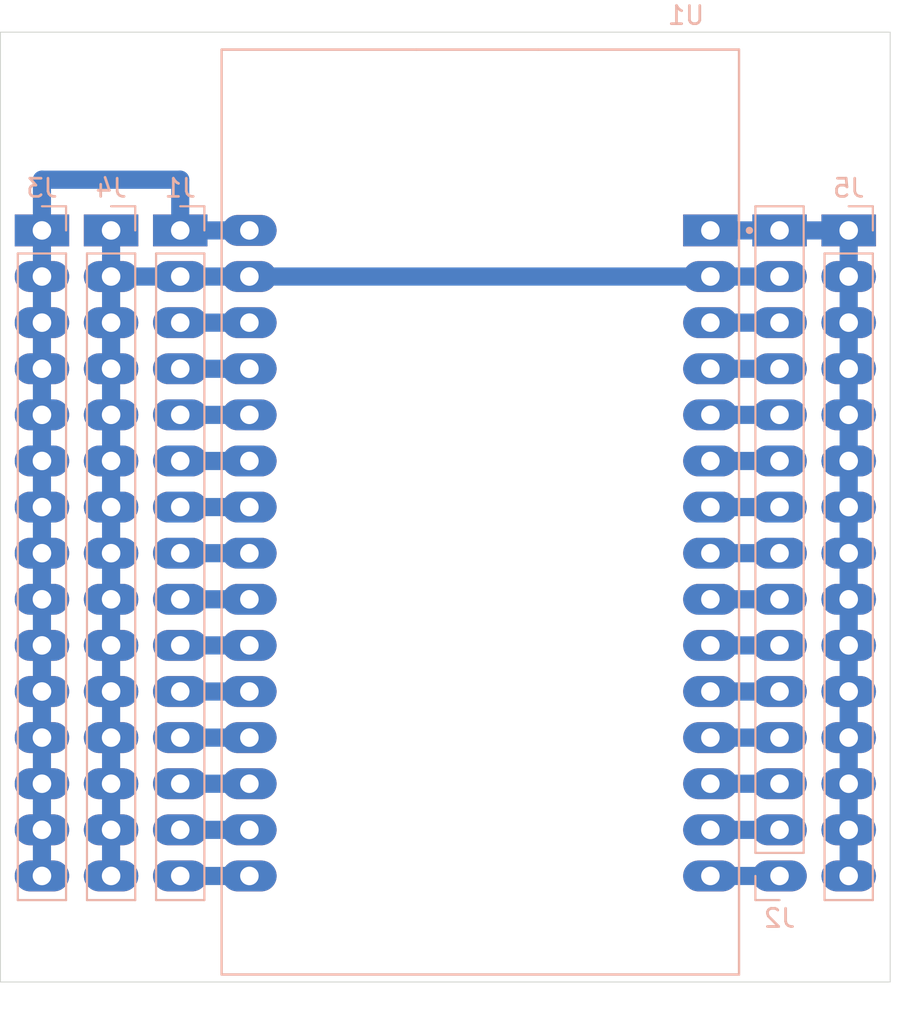
<source format=kicad_pcb>
(kicad_pcb (version 20240108) (generator "pcbnew") (generator_version "8.0")
  (layers (0 "F.Cu" signal) (31 "B.Cu" signal) (34 "B.Paste" user) (35 "F.Paste" user) (36 "B.SilkS" user "B.Silkscreen") (37 "F.SilkS" user "F.Silkscreen") (38 "B.Mask" user) (39 "F.Mask" user) (44 "Edge.Cuts" user))
  (net 0 "")
  (net 1 "GND")
  (net 2 "+5V")
  (net 3 "Net-(J1-Pin_8)")
  (net 4 "Net-(J1-Pin_7)")
  (net 5 "Net-(J1-Pin_12)")
  (net 6 "Net-(J1-Pin_9)")
  (net 7 "Net-(J1-Pin_11)")
  (net 8 "Net-(J1-Pin_5)")
  (net 9 "Net-(J1-Pin_15)")
  (net 10 "Net-(J1-Pin_14)")
  (net 11 "Net-(J1-Pin_4)")
  (net 12 "Net-(J1-Pin_3)")
  (net 13 "Net-(J1-Pin_6)")
  (net 14 "Net-(J1-Pin_13)")
  (net 15 "Net-(J1-Pin_10)")
  (net 16 "Net-(J2-Pin_8)")
  (net 17 "Net-(J2-Pin_2)")
  (net 18 "Net-(J2-Pin_12)")
  (net 19 "Net-(J2-Pin_4)")
  (net 20 "+3V3")
  (net 21 "Net-(J2-Pin_11)")
  (net 22 "Net-(J2-Pin_1)")
  (net 23 "Net-(J2-Pin_13)")
  (net 24 "Net-(J2-Pin_6)")
  (net 25 "Net-(J2-Pin_5)")
  (net 26 "Net-(J2-Pin_9)")
  (net 27 "Net-(J2-Pin_7)")
  (net 28 "Net-(J2-Pin_10)")
  (net 29 "Net-(J2-Pin_3)")
  (footprint "Connector_PinHeader_2.54mm:PinHeader_1x15_P2.54mm_Vertical" (layer "B.Cu") (at 65.786 64.241)
    (property "Reference" "J2" (at 0 2.33 0) (layer "B.SilkS") (effects (justify mirror)))
    (property "Value" "Conn_01x15_Socket")
    (fp_line (start -1.33 -36.89) (end -1.33 -1.27) (stroke (width 0.12)) (layer "B.SilkS"))
    (fp_line (start -1.33 1.33) (end -1.33 0) (stroke (width 0.12)) (layer "B.SilkS"))
    (fp_line (start 0 1.33) (end -1.33 1.33) (stroke (width 0.12)) (layer "B.SilkS"))
    (fp_line (start 1.33 -36.89) (end -1.33 -36.89) (stroke (width 0.12)) (layer "B.SilkS"))
    (fp_line (start 1.33 -36.89) (end 1.33 -1.27) (stroke (width 0.12)) (layer "B.SilkS"))
    (fp_line (start 1.33 -1.27) (end -1.33 -1.27) (stroke (width 0.12)) (layer "B.SilkS"))
    (pad "1" thru_hole oval (at 0 0) (size 3 1.7) (drill 1.02) (layers "*.Cu" "*.Mask") (net 22 "Net-(J2-Pin_1)"))
    (pad "2" thru_hole oval (at 0 -2.54) (size 3 1.7) (drill 1.02) (layers "*.Cu" "*.Mask") (net 17 "Net-(J2-Pin_2)"))
    (pad "3" thru_hole oval (at 0 -5.08) (size 3 1.7) (drill 1.02) (layers "*.Cu" "*.Mask") (net 29 "Net-(J2-Pin_3)"))
    (pad "4" thru_hole oval (at 0 -7.62) (size 3 1.7) (drill 1.02) (layers "*.Cu" "*.Mask") (net 19 "Net-(J2-Pin_4)"))
    (pad "5" thru_hole oval (at 0 -10.16) (size 3 1.7) (drill 1.02) (layers "*.Cu" "*.Mask") (net 25 "Net-(J2-Pin_5)"))
    (pad "6" thru_hole oval (at 0 -12.7) (size 3 1.7) (drill 1.02) (layers "*.Cu" "*.Mask") (net 24 "Net-(J2-Pin_6)"))
    (pad "7" thru_hole oval (at 0 -15.24) (size 3 1.7) (drill 1.02) (layers "*.Cu" "*.Mask") (net 27 "Net-(J2-Pin_7)"))
    (pad "8" thru_hole oval (at 0 -17.78) (size 3 1.7) (drill 1.02) (layers "*.Cu" "*.Mask") (net 16 "Net-(J2-Pin_8)"))
    (pad "9" thru_hole oval (at 0 -20.32) (size 3 1.7) (drill 1.02) (layers "*.Cu" "*.Mask") (net 26 "Net-(J2-Pin_9)"))
    (pad "10" thru_hole oval (at 0 -22.86) (size 3 1.7) (drill 1.02) (layers "*.Cu" "*.Mask") (net 28 "Net-(J2-Pin_10)"))
    (pad "11" thru_hole oval (at 0 -25.4) (size 3 1.7) (drill 1.02) (layers "*.Cu" "*.Mask") (net 21 "Net-(J2-Pin_11)"))
    (pad "12" thru_hole oval (at 0 -27.94) (size 3 1.7) (drill 1.02) (layers "*.Cu" "*.Mask") (net 18 "Net-(J2-Pin_12)"))
    (pad "13" thru_hole oval (at 0 -30.48) (size 3 1.7) (drill 1.02) (layers "*.Cu" "*.Mask") (net 23 "Net-(J2-Pin_13)"))
    (pad "14" thru_hole oval (at 0 -33.02) (size 3 1.7) (drill 1.02) (layers "*.Cu" "*.Mask") (net 1 "GND"))
    (pad "15" thru_hole rect (at 0 -35.56) (size 3 1.75) (drill 1.02) (layers "*.Cu" "*.Mask") (net 20 "+3V3"))
  )
  (footprint "Connector_PinHeader_2.54mm:PinHeader_1x15_P2.54mm_Vertical" (layer "B.Cu") (at 28.956 28.681 180)
    (property "Reference" "J4" (at 0 2.33 180) (layer "B.SilkS") (effects (justify mirror)))
    (property "Value" "GND")
    (fp_line (start 1.33 -1.27) (end -1.33 -1.27) (stroke (width 0.12)) (layer "B.SilkS"))
    (fp_line (start 1.33 -36.89) (end 1.33 -1.27) (stroke (width 0.12)) (layer "B.SilkS"))
    (fp_line (start 1.33 -36.89) (end -1.33 -36.89) (stroke (width 0.12)) (layer "B.SilkS"))
    (fp_line (start 0 1.33) (end -1.33 1.33) (stroke (width 0.12)) (layer "B.SilkS"))
    (fp_line (start -1.33 1.33) (end -1.33 0) (stroke (width 0.12)) (layer "B.SilkS"))
    (fp_line (start -1.33 -36.89) (end -1.33 -1.27) (stroke (width 0.12)) (layer "B.SilkS"))
    (pad "1" thru_hole rect (at 0 0 180) (size 3 1.75) (drill 1.02) (layers "*.Cu" "*.Mask") (net 1 "GND"))
    (pad "2" thru_hole oval (at 0 -2.54 180) (size 3 1.7) (drill 1.02) (layers "*.Cu" "*.Mask") (net 1 "GND"))
    (pad "3" thru_hole oval (at 0 -5.08 180) (size 3 1.7) (drill 1.02) (layers "*.Cu" "*.Mask") (net 1 "GND"))
    (pad "4" thru_hole oval (at 0 -7.62 180) (size 3 1.7) (drill 1.02) (layers "*.Cu" "*.Mask") (net 1 "GND"))
    (pad "5" thru_hole oval (at 0 -10.16 180) (size 3 1.7) (drill 1.02) (layers "*.Cu" "*.Mask") (net 1 "GND"))
    (pad "6" thru_hole oval (at 0 -12.7 180) (size 3 1.7) (drill 1.02) (layers "*.Cu" "*.Mask") (net 1 "GND"))
    (pad "7" thru_hole oval (at 0 -15.24 180) (size 3 1.7) (drill 1.02) (layers "*.Cu" "*.Mask") (net 1 "GND"))
    (pad "8" thru_hole oval (at 0 -17.78 180) (size 3 1.7) (drill 1.02) (layers "*.Cu" "*.Mask") (net 1 "GND"))
    (pad "9" thru_hole oval (at 0 -20.32 180) (size 3 1.7) (drill 1.02) (layers "*.Cu" "*.Mask") (net 1 "GND"))
    (pad "10" thru_hole oval (at 0 -22.86 180) (size 3 1.7) (drill 1.02) (layers "*.Cu" "*.Mask") (net 1 "GND"))
    (pad "11" thru_hole oval (at 0 -25.4 180) (size 3 1.7) (drill 1.02) (layers "*.Cu" "*.Mask") (net 1 "GND"))
    (pad "12" thru_hole oval (at 0 -27.94 180) (size 3 1.7) (drill 1.02) (layers "*.Cu" "*.Mask") (net 1 "GND"))
    (pad "13" thru_hole oval (at 0 -30.48 180) (size 3 1.7) (drill 1.02) (layers "*.Cu" "*.Mask") (net 1 "GND"))
    (pad "14" thru_hole oval (at 0 -33.02 180) (size 3 1.7) (drill 1.02) (layers "*.Cu" "*.Mask") (net 1 "GND"))
    (pad "15" thru_hole oval (at 0 -35.56 180) (size 3 1.7) (drill 1.02) (layers "*.Cu" "*.Mask") (net 1 "GND"))
  )
  (footprint "ESP32-DEVKIT-V1:MODULE_ESP32_DEVKIT_V1" (layer "B.Cu") (at 49.276 44.196 180)
    (property "Reference" "U1" (at -11.355 27.36 180) (layer "B.SilkS") (effects (justify mirror)))
    (property "Value" "ESP32-DEVKIT-V1")
    (fp_line (start 14.23 25.475) (end 3.5 25.475) (stroke (width 0.127)) (layer "B.SilkS"))
    (fp_line (start 14.23 25.475) (end -14.28 25.475) (stroke (width 0.127)) (layer "B.SilkS"))
    (fp_line (start 14.23 -25.475) (end 14.23 25.475) (stroke (width 0.127)) (layer "B.SilkS"))
    (fp_line (start 14.23 -25.475) (end 14.23 25.475) (stroke (width 0.127)) (layer "B.SilkS"))
    (fp_line (start 14.23 -25.475) (end 8.78 -25.475) (stroke (width 0.127)) (layer "B.SilkS"))
    (fp_line (start 8.78 -25.475) (end -8.91 -25.475) (stroke (width 0.127)) (layer "B.SilkS"))
    (fp_line (start 3.5 25.475) (end -3.211 25.475) (stroke (width 0.127)) (layer "B.SilkS"))
    (fp_line (start -3.211 25.475) (end -14.28 25.475) (stroke (width 0.127)) (layer "B.SilkS"))
    (fp_line (start -8.91 -25.475) (end -14.28 -25.475) (stroke (width 0.127)) (layer "B.SilkS"))
    (fp_line (start -14.28 25.475) (end -14.28 -25.475) (stroke (width 0.127)) (layer "B.SilkS"))
    (fp_line (start -14.28 25.475) (end -14.28 -25.475) (stroke (width 0.127)) (layer "B.SilkS"))
    (fp_line (start -14.28 -25.475) (end 14.23 -25.475) (stroke (width 0.127)) (layer "B.SilkS"))
    (fp_circle (center -14.85 15.515) (end -14.75 15.515) (stroke (width 0.2)) (fill none) (layer "B.SilkS"))
    (pad "" np_thru_hole circle (at -12.28 -23.475 180) (size 3 3) (drill 3) (layers "*.Cu" "*.Mask"))
    (pad "" np_thru_hole circle (at -12.28 23.475 180) (size 3 3) (drill 3) (layers "*.Cu" "*.Mask"))
    (pad "" np_thru_hole circle (at 12.23 -23.475 180) (size 3 3) (drill 3) (layers "*.Cu" "*.Mask"))
    (pad "" np_thru_hole circle (at 12.23 23.475 180) (size 3 3) (drill 3) (layers "*.Cu" "*.Mask"))
    (pad "1" thru_hole rect (at -12.7 15.515 180) (size 3 1.75) (drill 1.02) (layers "*.Cu" "*.Mask") (net 20 "+3V3"))
    (pad "2" thru_hole oval (at -12.7 12.975 180) (size 3 1.7) (drill 1.02) (layers "*.Cu" "*.Mask") (net 1 "GND"))
    (pad "3" thru_hole oval (at -12.7 10.435 180) (size 3 1.7) (drill 1.02) (layers "*.Cu" "*.Mask") (net 23 "Net-(J2-Pin_13)"))
    (pad "4" thru_hole oval (at -12.7 7.895 180) (size 3 1.7) (drill 1.02) (layers "*.Cu" "*.Mask") (net 18 "Net-(J2-Pin_12)"))
    (pad "5" thru_hole oval (at -12.7 5.355 180) (size 3 1.7) (drill 1.02) (layers "*.Cu" "*.Mask") (net 21 "Net-(J2-Pin_11)"))
    (pad "6" thru_hole oval (at -12.7 2.815 180) (size 3 1.7) (drill 1.02) (layers "*.Cu" "*.Mask") (net 28 "Net-(J2-Pin_10)"))
    (pad "7" thru_hole oval (at -12.7 0.275 180) (size 3 1.7) (drill 1.02) (layers "*.Cu" "*.Mask") (net 26 "Net-(J2-Pin_9)"))
    (pad "8" thru_hole oval (at -12.7 -2.265 180) (size 3 1.7) (drill 1.02) (layers "*.Cu" "*.Mask") (net 16 "Net-(J2-Pin_8)"))
    (pad "9" thru_hole oval (at -12.7 -4.805 180) (size 3 1.7) (drill 1.02) (layers "*.Cu" "*.Mask") (net 27 "Net-(J2-Pin_7)"))
    (pad "10" thru_hole oval (at -12.7 -7.345 180) (size 3 1.7) (drill 1.02) (layers "*.Cu" "*.Mask") (net 24 "Net-(J2-Pin_6)"))
    (pad "11" thru_hole oval (at -12.7 -9.885 180) (size 3 1.7) (drill 1.02) (layers "*.Cu" "*.Mask") (net 25 "Net-(J2-Pin_5)"))
    (pad "12" thru_hole oval (at -12.7 -12.425 180) (size 3 1.7) (drill 1.02) (layers "*.Cu" "*.Mask") (net 19 "Net-(J2-Pin_4)"))
    (pad "13" thru_hole oval (at -12.7 -14.965 180) (size 3 1.7) (drill 1.02) (layers "*.Cu" "*.Mask") (net 29 "Net-(J2-Pin_3)"))
    (pad "14" thru_hole oval (at -12.7 -17.505 180) (size 3 1.7) (drill 1.02) (layers "*.Cu" "*.Mask") (net 17 "Net-(J2-Pin_2)"))
    (pad "15" thru_hole oval (at -12.7 -20.045 180) (size 3 1.7) (drill 1.02) (layers "*.Cu" "*.Mask") (net 22 "Net-(J2-Pin_1)"))
    (pad "16" thru_hole oval (at 12.7 -20.045 180) (size 3 1.7) (drill 1.02) (layers "*.Cu" "*.Mask") (net 9 "Net-(J1-Pin_15)"))
    (pad "17" thru_hole oval (at 12.7 -17.505 180) (size 3 1.7) (drill 1.02) (layers "*.Cu" "*.Mask") (net 10 "Net-(J1-Pin_14)"))
    (pad "18" thru_hole oval (at 12.7 -14.965 180) (size 3 1.7) (drill 1.02) (layers "*.Cu" "*.Mask") (net 14 "Net-(J1-Pin_13)"))
    (pad "19" thru_hole oval (at 12.7 -12.425 180) (size 3 1.7) (drill 1.02) (layers "*.Cu" "*.Mask") (net 5 "Net-(J1-Pin_12)"))
    (pad "20" thru_hole oval (at 12.7 -9.885 180) (size 3 1.7) (drill 1.02) (layers "*.Cu" "*.Mask") (net 7 "Net-(J1-Pin_11)"))
    (pad "21" thru_hole oval (at 12.7 -7.345 180) (size 3 1.7) (drill 1.02) (layers "*.Cu" "*.Mask") (net 15 "Net-(J1-Pin_10)"))
    (pad "22" thru_hole oval (at 12.7 -4.805 180) (size 3 1.7) (drill 1.02) (layers "*.Cu" "*.Mask") (net 6 "Net-(J1-Pin_9)"))
    (pad "23" thru_hole oval (at 12.7 -2.265 180) (size 3 1.7) (drill 1.02) (layers "*.Cu" "*.Mask") (net 3 "Net-(J1-Pin_8)"))
    (pad "24" thru_hole oval (at 12.7 0.275 180) (size 3 1.7) (drill 1.02) (layers "*.Cu" "*.Mask") (net 4 "Net-(J1-Pin_7)"))
    (pad "25" thru_hole oval (at 12.7 2.815 180) (size 3 1.7) (drill 1.02) (layers "*.Cu" "*.Mask") (net 13 "Net-(J1-Pin_6)"))
    (pad "26" thru_hole oval (at 12.7 5.355 180) (size 3 1.7) (drill 1.02) (layers "*.Cu" "*.Mask") (net 8 "Net-(J1-Pin_5)"))
    (pad "27" thru_hole oval (at 12.7 7.895 180) (size 3 1.7) (drill 1.02) (layers "*.Cu" "*.Mask") (net 11 "Net-(J1-Pin_4)"))
    (pad "28" thru_hole oval (at 12.7 10.435 180) (size 3 1.7) (drill 1.02) (layers "*.Cu" "*.Mask") (net 12 "Net-(J1-Pin_3)"))
    (pad "29" thru_hole oval (at 12.7 12.975 180) (size 3 1.7) (drill 1.02) (layers "*.Cu" "*.Mask") (net 1 "GND"))
    (pad "30" thru_hole oval (at 12.7 15.515 180) (size 3 1.7) (drill 1.02) (layers "*.Cu" "*.Mask") (net 2 "+5V"))
  )
  (footprint "Connector_PinHeader_2.54mm:PinHeader_1x15_P2.54mm_Vertical" (layer "B.Cu") (at 69.596 28.681 180)
    (property "Reference" "J5" (at 0 2.33 180) (layer "B.SilkS") (effects (justify mirror)))
    (property "Value" "3v3")
    (fp_line (start 1.33 -1.27) (end -1.33 -1.27) (stroke (width 0.12)) (layer "B.SilkS"))
    (fp_line (start 1.33 -36.89) (end 1.33 -1.27) (stroke (width 0.12)) (layer "B.SilkS"))
    (fp_line (start 1.33 -36.89) (end -1.33 -36.89) (stroke (width 0.12)) (layer "B.SilkS"))
    (fp_line (start 0 1.33) (end -1.33 1.33) (stroke (width 0.12)) (layer "B.SilkS"))
    (fp_line (start -1.33 1.33) (end -1.33 0) (stroke (width 0.12)) (layer "B.SilkS"))
    (fp_line (start -1.33 -36.89) (end -1.33 -1.27) (stroke (width 0.12)) (layer "B.SilkS"))
    (pad "1" thru_hole rect (at 0 0 180) (size 3 1.75) (drill 1.02) (layers "*.Cu" "*.Mask") (net 20 "+3V3"))
    (pad "2" thru_hole oval (at 0 -2.54 180) (size 3 1.7) (drill 1.02) (layers "*.Cu" "*.Mask") (net 20 "+3V3"))
    (pad "3" thru_hole oval (at 0 -5.08 180) (size 3 1.7) (drill 1.02) (layers "*.Cu" "*.Mask") (net 20 "+3V3"))
    (pad "4" thru_hole oval (at 0 -7.62 180) (size 3 1.7) (drill 1.02) (layers "*.Cu" "*.Mask") (net 20 "+3V3"))
    (pad "5" thru_hole oval (at 0 -10.16 180) (size 3 1.7) (drill 1.02) (layers "*.Cu" "*.Mask") (net 20 "+3V3"))
    (pad "6" thru_hole oval (at 0 -12.7 180) (size 3 1.7) (drill 1.02) (layers "*.Cu" "*.Mask") (net 20 "+3V3"))
    (pad "7" thru_hole oval (at 0 -15.24 180) (size 3 1.7) (drill 1.02) (layers "*.Cu" "*.Mask") (net 20 "+3V3"))
    (pad "8" thru_hole oval (at 0 -17.78 180) (size 3 1.7) (drill 1.02) (layers "*.Cu" "*.Mask") (net 20 "+3V3"))
    (pad "9" thru_hole oval (at 0 -20.32 180) (size 3 1.7) (drill 1.02) (layers "*.Cu" "*.Mask") (net 20 "+3V3"))
    (pad "10" thru_hole oval (at 0 -22.86 180) (size 3 1.7) (drill 1.02) (layers "*.Cu" "*.Mask") (net 20 "+3V3"))
    (pad "11" thru_hole oval (at 0 -25.4 180) (size 3 1.7) (drill 1.02) (layers "*.Cu" "*.Mask") (net 20 "+3V3"))
    (pad "12" thru_hole oval (at 0 -27.94 180) (size 3 1.7) (drill 1.02) (layers "*.Cu" "*.Mask") (net 20 "+3V3"))
    (pad "13" thru_hole oval (at 0 -30.48 180) (size 3 1.7) (drill 1.02) (layers "*.Cu" "*.Mask") (net 20 "+3V3"))
    (pad "14" thru_hole oval (at 0 -33.02 180) (size 3 1.7) (drill 1.02) (layers "*.Cu" "*.Mask") (net 20 "+3V3"))
    (pad "15" thru_hole oval (at 0 -35.56 180) (size 3 1.7) (drill 1.02) (layers "*.Cu" "*.Mask") (net 20 "+3V3"))
  )
  (footprint "Connector_PinHeader_2.54mm:PinHeader_1x15_P2.54mm_Vertical" (layer "B.Cu") (at 32.766 28.681 180)
    (property "Reference" "J1" (at 0 2.33 180) (layer "B.SilkS") (effects (justify mirror)))
    (property "Value" "Conn_01x15_Socket")
    (fp_line (start 1.33 -1.27) (end -1.33 -1.27) (stroke (width 0.12)) (layer "B.SilkS"))
    (fp_line (start 1.33 -36.89) (end 1.33 -1.27) (stroke (width 0.12)) (layer "B.SilkS"))
    (fp_line (start 1.33 -36.89) (end -1.33 -36.89) (stroke (width 0.12)) (layer "B.SilkS"))
    (fp_line (start 0 1.33) (end -1.33 1.33) (stroke (width 0.12)) (layer "B.SilkS"))
    (fp_line (start -1.33 1.33) (end -1.33 0) (stroke (width 0.12)) (layer "B.SilkS"))
    (fp_line (start -1.33 -36.89) (end -1.33 -1.27) (stroke (width 0.12)) (layer "B.SilkS"))
    (pad "1" thru_hole rect (at 0 0 180) (size 3 1.75) (drill 1.02) (layers "*.Cu" "*.Mask") (net 2 "+5V"))
    (pad "2" thru_hole oval (at 0 -2.54 180) (size 3 1.7) (drill 1.02) (layers "*.Cu" "*.Mask") (net 1 "GND"))
    (pad "3" thru_hole oval (at 0 -5.08 180) (size 3 1.7) (drill 1.02) (layers "*.Cu" "*.Mask") (net 12 "Net-(J1-Pin_3)"))
    (pad "4" thru_hole oval (at 0 -7.62 180) (size 3 1.7) (drill 1.02) (layers "*.Cu" "*.Mask") (net 11 "Net-(J1-Pin_4)"))
    (pad "5" thru_hole oval (at 0 -10.16 180) (size 3 1.7) (drill 1.02) (layers "*.Cu" "*.Mask") (net 8 "Net-(J1-Pin_5)"))
    (pad "6" thru_hole oval (at 0 -12.7 180) (size 3 1.7) (drill 1.02) (layers "*.Cu" "*.Mask") (net 13 "Net-(J1-Pin_6)"))
    (pad "7" thru_hole oval (at 0 -15.24 180) (size 3 1.7) (drill 1.02) (layers "*.Cu" "*.Mask") (net 4 "Net-(J1-Pin_7)"))
    (pad "8" thru_hole oval (at 0 -17.78 180) (size 3 1.7) (drill 1.02) (layers "*.Cu" "*.Mask") (net 3 "Net-(J1-Pin_8)"))
    (pad "9" thru_hole oval (at 0 -20.32 180) (size 3 1.7) (drill 1.02) (layers "*.Cu" "*.Mask") (net 6 "Net-(J1-Pin_9)"))
    (pad "10" thru_hole oval (at 0 -22.86 180) (size 3 1.7) (drill 1.02) (layers "*.Cu" "*.Mask") (net 15 "Net-(J1-Pin_10)"))
    (pad "11" thru_hole oval (at 0 -25.4 180) (size 3 1.7) (drill 1.02) (layers "*.Cu" "*.Mask") (net 7 "Net-(J1-Pin_11)"))
    (pad "12" thru_hole oval (at 0 -27.94 180) (size 3 1.7) (drill 1.02) (layers "*.Cu" "*.Mask") (net 5 "Net-(J1-Pin_12)"))
    (pad "13" thru_hole oval (at 0 -30.48 180) (size 3 1.7) (drill 1.02) (layers "*.Cu" "*.Mask") (net 14 "Net-(J1-Pin_13)"))
    (pad "14" thru_hole oval (at 0 -33.02 180) (size 3 1.7) (drill 1.02) (layers "*.Cu" "*.Mask") (net 10 "Net-(J1-Pin_14)"))
    (pad "15" thru_hole oval (at 0 -35.56 180) (size 3 1.7) (drill 1.02) (layers "*.Cu" "*.Mask") (net 9 "Net-(J1-Pin_15)"))
  )
  (footprint "Connector_PinHeader_2.54mm:PinHeader_1x15_P2.54mm_Vertical" (layer "B.Cu") (at 25.146 28.681 180)
    (property "Reference" "J3" (at 0 2.33 180) (layer "B.SilkS") (effects (justify mirror)))
    (property "Value" "5V")
    (fp_line (start 1.33 -1.27) (end -1.33 -1.27) (stroke (width 0.12)) (layer "B.SilkS"))
    (fp_line (start 1.33 -36.89) (end 1.33 -1.27) (stroke (width 0.12)) (layer "B.SilkS"))
    (fp_line (start 1.33 -36.89) (end -1.33 -36.89) (stroke (width 0.12)) (layer "B.SilkS"))
    (fp_line (start 0 1.33) (end -1.33 1.33) (stroke (width 0.12)) (layer "B.SilkS"))
    (fp_line (start -1.33 1.33) (end -1.33 0) (stroke (width 0.12)) (layer "B.SilkS"))
    (fp_line (start -1.33 -36.89) (end -1.33 -1.27) (stroke (width 0.12)) (layer "B.SilkS"))
    (pad "1" thru_hole rect (at 0 0 180) (size 3 1.75) (drill 1.02) (layers "*.Cu" "*.Mask") (net 2 "+5V"))
    (pad "2" thru_hole oval (at 0 -2.54 180) (size 3 1.7) (drill 1.02) (layers "*.Cu" "*.Mask") (net 2 "+5V"))
    (pad "3" thru_hole oval (at 0 -5.08 180) (size 3 1.7) (drill 1.02) (layers "*.Cu" "*.Mask") (net 2 "+5V"))
    (pad "4" thru_hole oval (at 0 -7.62 180) (size 3 1.7) (drill 1.02) (layers "*.Cu" "*.Mask") (net 2 "+5V"))
    (pad "5" thru_hole oval (at 0 -10.16 180) (size 3 1.7) (drill 1.02) (layers "*.Cu" "*.Mask") (net 2 "+5V"))
    (pad "6" thru_hole oval (at 0 -12.7 180) (size 3 1.7) (drill 1.02) (layers "*.Cu" "*.Mask") (net 2 "+5V"))
    (pad "7" thru_hole oval (at 0 -15.24 180) (size 3 1.7) (drill 1.02) (layers "*.Cu" "*.Mask") (net 2 "+5V"))
    (pad "8" thru_hole oval (at 0 -17.78 180) (size 3 1.7) (drill 1.02) (layers "*.Cu" "*.Mask") (net 2 "+5V"))
    (pad "9" thru_hole oval (at 0 -20.32 180) (size 3 1.7) (drill 1.02) (layers "*.Cu" "*.Mask") (net 2 "+5V"))
    (pad "10" thru_hole oval (at 0 -22.86 180) (size 3 1.7) (drill 1.02) (layers "*.Cu" "*.Mask") (net 2 "+5V"))
    (pad "11" thru_hole oval (at 0 -25.4 180) (size 3 1.7) (drill 1.02) (layers "*.Cu" "*.Mask") (net 2 "+5V"))
    (pad "12" thru_hole oval (at 0 -27.94 180) (size 3 1.7) (drill 1.02) (layers "*.Cu" "*.Mask") (net 2 "+5V"))
    (pad "13" thru_hole oval (at 0 -30.48 180) (size 3 1.7) (drill 1.02) (layers "*.Cu" "*.Mask") (net 2 "+5V"))
    (pad "14" thru_hole oval (at 0 -33.02 180) (size 3 1.7) (drill 1.02) (layers "*.Cu" "*.Mask") (net 2 "+5V"))
    (pad "15" thru_hole oval (at 0 -35.56 180) (size 3 1.7) (drill 1.02) (layers "*.Cu" "*.Mask") (net 2 "+5V"))
  )
  (gr_line (start 22.86 17.759) (end 22.86 70.083) (stroke (width 0.05)) (layer "Edge.Cuts"))
  (gr_line (start 71.882 70.083) (end 71.882 17.759) (stroke (width 0.05)) (layer "Edge.Cuts"))
  (gr_line (start 22.86 70.083) (end 71.882 70.083) (stroke (width 0.05)) (layer "Edge.Cuts"))
  (gr_line (start 71.882 17.759) (end 22.86 17.759) (stroke (width 0.05)) (layer "Edge.Cuts"))
  (segment (start 61.976 31.221) (end 65.786 31.221) (width 1) (layer "B.Cu") (net 1))
  (segment (start 32.766 31.221) (end 28.956 31.221) (width 1) (layer "B.Cu") (net 1))
  (segment (start 28.956 38.841) (end 28.956 36.301) (width 1) (layer "B.Cu") (net 1))
  (segment (start 28.956 33.761) (end 28.956 31.221) (width 1) (layer "B.Cu") (net 1))
  (segment (start 28.956 54.081) (end 28.956 51.541) (width 1) (layer "B.Cu") (net 1))
  (segment (start 28.956 51.541) (end 28.956 49.001) (width 1) (layer "B.Cu") (net 1))
  (segment (start 28.956 59.161) (end 28.956 56.621) (width 1) (layer "B.Cu") (net 1))
  (segment (start 28.956 43.921) (end 28.956 41.381) (width 1) (layer "B.Cu") (net 1))
  (segment (start 28.956 56.621) (end 28.956 54.081) (width 1) (layer "B.Cu") (net 1))
  (segment (start 28.956 46.461) (end 28.956 43.921) (width 1) (layer "B.Cu") (net 1))
  (segment (start 28.956 41.381) (end 28.956 38.841) (width 1) (layer "B.Cu") (net 1))
  (segment (start 28.956 64.241) (end 28.956 61.701) (width 1) (layer "B.Cu") (net 1))
  (segment (start 61.976 31.221) (end 36.576 31.221) (width 1) (layer "B.Cu") (net 1))
  (segment (start 28.956 61.701) (end 28.956 59.161) (width 1) (layer "B.Cu") (net 1))
  (segment (start 28.956 49.001) (end 28.956 46.461) (width 1) (layer "B.Cu") (net 1))
  (segment (start 28.956 28.681) (end 28.956 31.221) (width 1) (layer "B.Cu") (net 1))
  (segment (start 28.956 36.301) (end 28.956 33.761) (width 1) (layer "B.Cu") (net 1))
  (segment (start 36.576 31.221) (end 32.766 31.221) (width 1) (layer "B.Cu") (net 1))
  (segment (start 25.146 28.681) (end 25.146 31.221) (width 1) (layer "B.Cu") (net 2))
  (segment (start 25.146 59.161) (end 25.146 61.701) (width 1) (layer "B.Cu") (net 2))
  (segment (start 25.146 56.621) (end 25.146 59.161) (width 1) (layer "B.Cu") (net 2))
  (segment (start 25.146 33.761) (end 25.146 36.301) (width 1) (layer "B.Cu") (net 2))
  (segment (start 25.146 54.081) (end 25.146 56.621) (width 1) (layer "B.Cu") (net 2))
  (segment (start 25.146 36.301) (end 25.146 38.841) (width 1) (layer "B.Cu") (net 2))
  (segment (start 25.146 43.921) (end 25.146 46.461) (width 1) (layer "B.Cu") (net 2))
  (segment (start 36.576 28.681) (end 32.766 28.681) (width 1) (layer "B.Cu") (net 2))
  (segment (start 25.146 49.001) (end 25.146 51.541) (width 1) (layer "B.Cu") (net 2))
  (segment (start 25.146 46.461) (end 25.146 49.001) (width 1) (layer "B.Cu") (net 2))
  (segment (start 32.766 25.887) (end 25.146 25.887) (width 1) (layer "B.Cu") (net 2))
  (segment (start 25.146 25.887) (end 25.146 28.681) (width 1) (layer "B.Cu") (net 2))
  (segment (start 25.146 41.381) (end 25.146 43.921) (width 1) (layer "B.Cu") (net 2))
  (segment (start 25.146 61.701) (end 25.146 64.241) (width 1) (layer "B.Cu") (net 2))
  (segment (start 25.146 51.541) (end 25.146 54.081) (width 1) (layer "B.Cu") (net 2))
  (segment (start 25.146 38.841) (end 25.146 41.381) (width 1) (layer "B.Cu") (net 2))
  (segment (start 32.766 28.681) (end 32.766 25.887) (width 1) (layer "B.Cu") (net 2))
  (segment (start 25.146 31.221) (end 25.146 33.761) (width 1) (layer "B.Cu") (net 2))
  (segment (start 32.766 46.461) (end 36.576 46.461) (width 1) (layer "B.Cu") (net 3))
  (segment (start 32.766 43.921) (end 36.576 43.921) (width 1) (layer "B.Cu") (net 4))
  (segment (start 32.766 56.621) (end 36.576 56.621) (width 1) (layer "B.Cu") (net 5))
  (segment (start 32.766 49.001) (end 36.576 49.001) (width 1) (layer "B.Cu") (net 6))
  (segment (start 32.766 54.081) (end 36.576 54.081) (width 1) (layer "B.Cu") (net 7))
  (segment (start 32.766 38.841) (end 36.576 38.841) (width 1) (layer "B.Cu") (net 8))
  (segment (start 36.576 64.241) (end 32.766 64.241) (width 1) (layer "B.Cu") (net 9))
  (segment (start 32.766 61.701) (end 36.576 61.701) (width 1) (layer "B.Cu") (net 10))
  (segment (start 36.576 36.301) (end 32.766 36.301) (width 1) (layer "B.Cu") (net 11))
  (segment (start 32.766 33.761) (end 36.576 33.761) (width 1) (layer "B.Cu") (net 12))
  (segment (start 36.576 41.381) (end 32.766 41.381) (width 1) (layer "B.Cu") (net 13))
  (segment (start 36.576 59.161) (end 32.766 59.161) (width 1) (layer "B.Cu") (net 14))
  (segment (start 32.766 51.541) (end 36.576 51.541) (width 1) (layer "B.Cu") (net 15))
  (segment (start 65.786 46.461) (end 61.976 46.461) (width 1) (layer "B.Cu") (net 16))
  (segment (start 61.976 61.701) (end 65.786 61.701) (width 1) (layer "B.Cu") (net 17))
  (segment (start 65.786 36.301) (end 61.976 36.301) (width 1) (layer "B.Cu") (net 18))
  (segment (start 65.786 56.621) (end 61.976 56.621) (width 1) (layer "B.Cu") (net 19))
  (segment (start 69.596 43.921) (end 69.596 46.461) (width 1) (layer "B.Cu") (net 20))
  (segment (start 69.596 51.541) (end 69.596 54.081) (width 1) (layer "B.Cu") (net 20))
  (segment (start 69.596 61.701) (end 69.596 64.241) (width 1) (layer "B.Cu") (net 20))
  (segment (start 69.596 41.381) (end 69.596 43.921) (width 1) (layer "B.Cu") (net 20))
  (segment (start 69.596 31.221) (end 69.596 33.761) (width 1) (layer "B.Cu") (net 20))
  (segment (start 69.596 33.761) (end 69.596 36.301) (width 1) (layer "B.Cu") (net 20))
  (segment (start 69.596 49.001) (end 69.596 51.541) (width 1) (layer "B.Cu") (net 20))
  (segment (start 69.596 46.461) (end 69.596 49.001) (width 1) (layer "B.Cu") (net 20))
  (segment (start 65.786 28.681) (end 61.976 28.681) (width 1) (layer "B.Cu") (net 20))
  (segment (start 69.596 56.621) (end 69.596 59.161) (width 1) (layer "B.Cu") (net 20))
  (segment (start 69.596 54.081) (end 69.596 56.621) (width 1) (layer "B.Cu") (net 20))
  (segment (start 69.596 28.681) (end 69.596 31.221) (width 1) (layer "B.Cu") (net 20))
  (segment (start 69.596 36.301) (end 69.596 41.381) (width 1) (layer "B.Cu") (net 20))
  (segment (start 69.596 59.161) (end 69.596 61.701) (width 1) (layer "B.Cu") (net 20))
  (segment (start 69.596 28.681) (end 65.786 28.681) (width 1) (layer "B.Cu") (net 20))
  (segment (start 65.786 38.841) (end 61.976 38.841) (width 1) (layer "B.Cu") (net 21))
  (segment (start 65.786 64.241) (end 61.976 64.241) (width 1) (layer "B.Cu") (net 22))
  (segment (start 65.786 33.761) (end 61.976 33.761) (width 1) (layer "B.Cu") (net 23))
  (segment (start 65.786 51.541) (end 61.976 51.541) (width 1) (layer "B.Cu") (net 24))
  (segment (start 65.786 54.081) (end 61.976 54.081) (width 1) (layer "B.Cu") (net 25))
  (segment (start 65.786 43.921) (end 61.976 43.921) (width 1) (layer "B.Cu") (net 26))
  (segment (start 65.786 49.001) (end 61.976 49.001) (width 1) (layer "B.Cu") (net 27))
  (segment (start 65.786 41.381) (end 61.976 41.381) (width 1) (layer "B.Cu") (net 28))
  (segment (start 65.786 59.161) (end 61.976 59.161) (width 1) (layer "B.Cu") (net 29))
)
</source>
